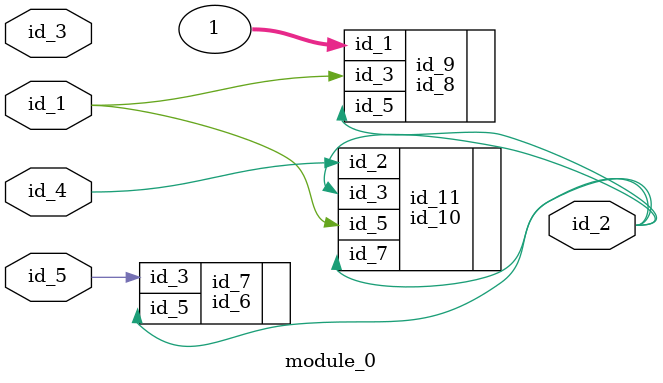
<source format=v>
module module_0 (
    id_1,
    id_2,
    id_3,
    id_4,
    id_5
);
  input id_5;
  input id_4;
  input id_3;
  output id_2;
  input id_1;
  id_6 id_7 (
      .id_5(id_2),
      .id_3(id_5)
  );
  id_8 id_9 (
      .id_5(id_2),
      .id_1(1),
      .id_3(id_1)
  );
  id_10 id_11 (
      .id_2(id_4),
      .id_7(id_4),
      .id_5(id_1),
      .id_3(id_2),
      .id_7(id_2)
  );
endmodule

</source>
